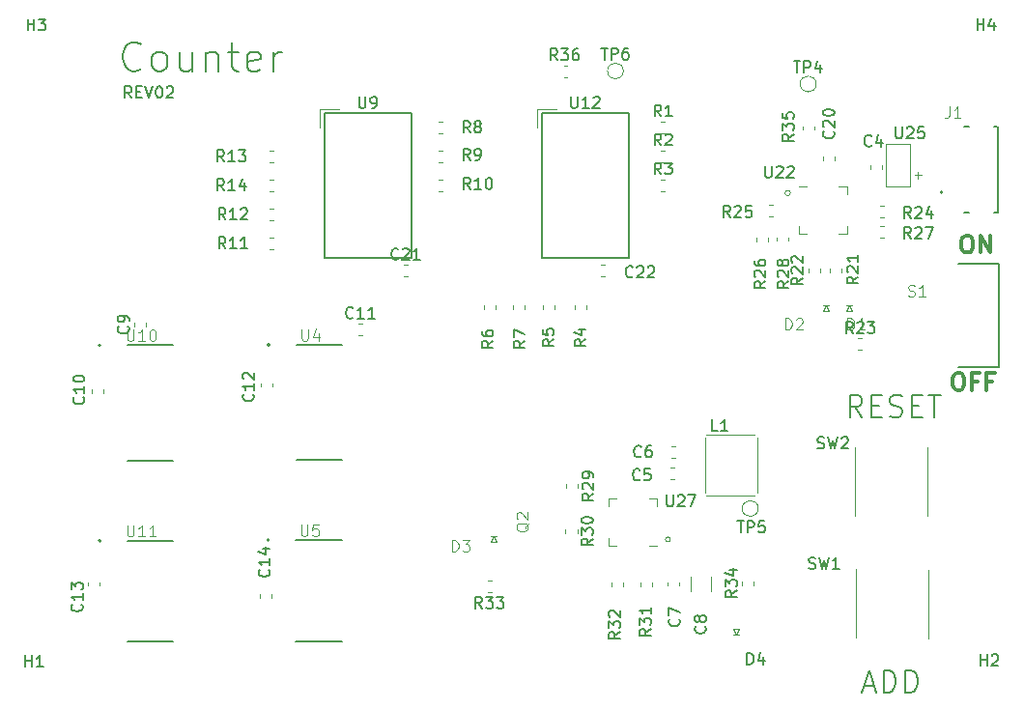
<source format=gto>
G04 #@! TF.GenerationSoftware,KiCad,Pcbnew,(5.1.5)-3*
G04 #@! TF.CreationDate,2020-07-10T17:57:17-06:00*
G04 #@! TF.ProjectId,CounterProject,436f756e-7465-4725-9072-6f6a6563742e,rev?*
G04 #@! TF.SameCoordinates,Original*
G04 #@! TF.FileFunction,Legend,Top*
G04 #@! TF.FilePolarity,Positive*
%FSLAX46Y46*%
G04 Gerber Fmt 4.6, Leading zero omitted, Abs format (unit mm)*
G04 Created by KiCad (PCBNEW (5.1.5)-3) date 2020-07-10 17:57:17*
%MOMM*%
%LPD*%
G04 APERTURE LIST*
%ADD10C,0.300000*%
%ADD11C,0.150000*%
%ADD12C,0.120000*%
%ADD13C,0.127000*%
%ADD14C,0.200000*%
%ADD15C,0.015000*%
G04 APERTURE END LIST*
D10*
X143097428Y-119320571D02*
X143383142Y-119320571D01*
X143526000Y-119392000D01*
X143668857Y-119534857D01*
X143740285Y-119820571D01*
X143740285Y-120320571D01*
X143668857Y-120606285D01*
X143526000Y-120749142D01*
X143383142Y-120820571D01*
X143097428Y-120820571D01*
X142954571Y-120749142D01*
X142811714Y-120606285D01*
X142740285Y-120320571D01*
X142740285Y-119820571D01*
X142811714Y-119534857D01*
X142954571Y-119392000D01*
X143097428Y-119320571D01*
X144883142Y-120034857D02*
X144383142Y-120034857D01*
X144383142Y-120820571D02*
X144383142Y-119320571D01*
X145097428Y-119320571D01*
X146168857Y-120034857D02*
X145668857Y-120034857D01*
X145668857Y-120820571D02*
X145668857Y-119320571D01*
X146383142Y-119320571D01*
X143851428Y-107255571D02*
X144137142Y-107255571D01*
X144280000Y-107327000D01*
X144422857Y-107469857D01*
X144494285Y-107755571D01*
X144494285Y-108255571D01*
X144422857Y-108541285D01*
X144280000Y-108684142D01*
X144137142Y-108755571D01*
X143851428Y-108755571D01*
X143708571Y-108684142D01*
X143565714Y-108541285D01*
X143494285Y-108255571D01*
X143494285Y-107755571D01*
X143565714Y-107469857D01*
X143708571Y-107327000D01*
X143851428Y-107255571D01*
X145137142Y-108755571D02*
X145137142Y-107255571D01*
X145994285Y-108755571D01*
X145994285Y-107255571D01*
D11*
X70739190Y-95194380D02*
X70405857Y-94718190D01*
X70167761Y-95194380D02*
X70167761Y-94194380D01*
X70548714Y-94194380D01*
X70643952Y-94242000D01*
X70691571Y-94289619D01*
X70739190Y-94384857D01*
X70739190Y-94527714D01*
X70691571Y-94622952D01*
X70643952Y-94670571D01*
X70548714Y-94718190D01*
X70167761Y-94718190D01*
X71167761Y-94670571D02*
X71501095Y-94670571D01*
X71643952Y-95194380D02*
X71167761Y-95194380D01*
X71167761Y-94194380D01*
X71643952Y-94194380D01*
X71929666Y-94194380D02*
X72263000Y-95194380D01*
X72596333Y-94194380D01*
X73120142Y-94194380D02*
X73215380Y-94194380D01*
X73310619Y-94242000D01*
X73358238Y-94289619D01*
X73405857Y-94384857D01*
X73453476Y-94575333D01*
X73453476Y-94813428D01*
X73405857Y-95003904D01*
X73358238Y-95099142D01*
X73310619Y-95146761D01*
X73215380Y-95194380D01*
X73120142Y-95194380D01*
X73024904Y-95146761D01*
X72977285Y-95099142D01*
X72929666Y-95003904D01*
X72882047Y-94813428D01*
X72882047Y-94575333D01*
X72929666Y-94384857D01*
X72977285Y-94289619D01*
X73024904Y-94242000D01*
X73120142Y-94194380D01*
X73834428Y-94289619D02*
X73882047Y-94242000D01*
X73977285Y-94194380D01*
X74215380Y-94194380D01*
X74310619Y-94242000D01*
X74358238Y-94289619D01*
X74405857Y-94384857D01*
X74405857Y-94480095D01*
X74358238Y-94622952D01*
X73786809Y-95194380D01*
X74405857Y-95194380D01*
X134928428Y-146748500D02*
X135835571Y-146748500D01*
X134747000Y-147292785D02*
X135382000Y-145387785D01*
X136017000Y-147292785D01*
X136652000Y-147292785D02*
X136652000Y-145387785D01*
X137105571Y-145387785D01*
X137377714Y-145478500D01*
X137559142Y-145659928D01*
X137649857Y-145841357D01*
X137740571Y-146204214D01*
X137740571Y-146476357D01*
X137649857Y-146839214D01*
X137559142Y-147020642D01*
X137377714Y-147202071D01*
X137105571Y-147292785D01*
X136652000Y-147292785D01*
X138557000Y-147292785D02*
X138557000Y-145387785D01*
X139010571Y-145387785D01*
X139282714Y-145478500D01*
X139464142Y-145659928D01*
X139554857Y-145841357D01*
X139645571Y-146204214D01*
X139645571Y-146476357D01*
X139554857Y-146839214D01*
X139464142Y-147020642D01*
X139282714Y-147202071D01*
X139010571Y-147292785D01*
X138557000Y-147292785D01*
X134774214Y-123162785D02*
X134139214Y-122255642D01*
X133685642Y-123162785D02*
X133685642Y-121257785D01*
X134411357Y-121257785D01*
X134592785Y-121348500D01*
X134683500Y-121439214D01*
X134774214Y-121620642D01*
X134774214Y-121892785D01*
X134683500Y-122074214D01*
X134592785Y-122164928D01*
X134411357Y-122255642D01*
X133685642Y-122255642D01*
X135590642Y-122164928D02*
X136225642Y-122164928D01*
X136497785Y-123162785D02*
X135590642Y-123162785D01*
X135590642Y-121257785D01*
X136497785Y-121257785D01*
X137223500Y-123072071D02*
X137495642Y-123162785D01*
X137949214Y-123162785D01*
X138130642Y-123072071D01*
X138221357Y-122981357D01*
X138312071Y-122799928D01*
X138312071Y-122618500D01*
X138221357Y-122437071D01*
X138130642Y-122346357D01*
X137949214Y-122255642D01*
X137586357Y-122164928D01*
X137404928Y-122074214D01*
X137314214Y-121983500D01*
X137223500Y-121802071D01*
X137223500Y-121620642D01*
X137314214Y-121439214D01*
X137404928Y-121348500D01*
X137586357Y-121257785D01*
X138039928Y-121257785D01*
X138312071Y-121348500D01*
X139128500Y-122164928D02*
X139763500Y-122164928D01*
X140035642Y-123162785D02*
X139128500Y-123162785D01*
X139128500Y-121257785D01*
X140035642Y-121257785D01*
X140579928Y-121257785D02*
X141668500Y-121257785D01*
X141124214Y-123162785D02*
X141124214Y-121257785D01*
X71573571Y-92601142D02*
X71452619Y-92722095D01*
X71089761Y-92843047D01*
X70847857Y-92843047D01*
X70485000Y-92722095D01*
X70243095Y-92480190D01*
X70122142Y-92238285D01*
X70001190Y-91754476D01*
X70001190Y-91391619D01*
X70122142Y-90907809D01*
X70243095Y-90665904D01*
X70485000Y-90424000D01*
X70847857Y-90303047D01*
X71089761Y-90303047D01*
X71452619Y-90424000D01*
X71573571Y-90544952D01*
X73025000Y-92843047D02*
X72783095Y-92722095D01*
X72662142Y-92601142D01*
X72541190Y-92359238D01*
X72541190Y-91633523D01*
X72662142Y-91391619D01*
X72783095Y-91270666D01*
X73025000Y-91149714D01*
X73387857Y-91149714D01*
X73629761Y-91270666D01*
X73750714Y-91391619D01*
X73871666Y-91633523D01*
X73871666Y-92359238D01*
X73750714Y-92601142D01*
X73629761Y-92722095D01*
X73387857Y-92843047D01*
X73025000Y-92843047D01*
X76048809Y-91149714D02*
X76048809Y-92843047D01*
X74960238Y-91149714D02*
X74960238Y-92480190D01*
X75081190Y-92722095D01*
X75323095Y-92843047D01*
X75685952Y-92843047D01*
X75927857Y-92722095D01*
X76048809Y-92601142D01*
X77258333Y-91149714D02*
X77258333Y-92843047D01*
X77258333Y-91391619D02*
X77379285Y-91270666D01*
X77621190Y-91149714D01*
X77984047Y-91149714D01*
X78225952Y-91270666D01*
X78346904Y-91512571D01*
X78346904Y-92843047D01*
X79193571Y-91149714D02*
X80161190Y-91149714D01*
X79556428Y-90303047D02*
X79556428Y-92480190D01*
X79677380Y-92722095D01*
X79919285Y-92843047D01*
X80161190Y-92843047D01*
X81975476Y-92722095D02*
X81733571Y-92843047D01*
X81249761Y-92843047D01*
X81007857Y-92722095D01*
X80886904Y-92480190D01*
X80886904Y-91512571D01*
X81007857Y-91270666D01*
X81249761Y-91149714D01*
X81733571Y-91149714D01*
X81975476Y-91270666D01*
X82096428Y-91512571D01*
X82096428Y-91754476D01*
X80886904Y-91996380D01*
X83185000Y-92843047D02*
X83185000Y-91149714D01*
X83185000Y-91633523D02*
X83305952Y-91391619D01*
X83426904Y-91270666D01*
X83668809Y-91149714D01*
X83910714Y-91149714D01*
D12*
X112176779Y-109853000D02*
X111851221Y-109853000D01*
X112176779Y-110873000D02*
X111851221Y-110873000D01*
X94604721Y-110873000D02*
X94930279Y-110873000D01*
X94604721Y-109853000D02*
X94930279Y-109853000D01*
X123444000Y-141732000D02*
X123698000Y-142240000D01*
X123952000Y-141732000D02*
X123444000Y-141732000D01*
X123698000Y-142240000D02*
X123952000Y-141732000D01*
X123571000Y-142240000D02*
X123698000Y-142240000D01*
X123444000Y-142240000D02*
X123571000Y-142240000D01*
X123952000Y-142240000D02*
X123571000Y-142240000D01*
X102743000Y-134112000D02*
X102489000Y-133604000D01*
X102235000Y-134112000D02*
X102743000Y-134112000D01*
X102489000Y-133604000D02*
X102235000Y-134112000D01*
X102616000Y-133604000D02*
X102489000Y-133604000D01*
X102743000Y-133604000D02*
X102616000Y-133604000D01*
X102235000Y-133604000D02*
X102616000Y-133604000D01*
X131826000Y-113919000D02*
X131572000Y-113411000D01*
X131318000Y-113919000D02*
X131826000Y-113919000D01*
X131572000Y-113411000D02*
X131318000Y-113919000D01*
X131699000Y-113411000D02*
X131572000Y-113411000D01*
X131826000Y-113411000D02*
X131699000Y-113411000D01*
X131318000Y-113411000D02*
X131699000Y-113411000D01*
X133858000Y-113919000D02*
X133604000Y-113411000D01*
X133350000Y-113919000D02*
X133858000Y-113919000D01*
X133604000Y-113411000D02*
X133350000Y-113919000D01*
X133731000Y-113411000D02*
X133604000Y-113411000D01*
X133858000Y-113411000D02*
X133731000Y-113411000D01*
X133350000Y-113411000D02*
X133731000Y-113411000D01*
X117977580Y-133896100D02*
G75*
G03X117977580Y-133896100I-218100J0D01*
G01*
X116091000Y-134494800D02*
X116791000Y-134494800D01*
X112571000Y-130274800D02*
X112571000Y-130974800D01*
X113271000Y-130274800D02*
X112571000Y-130274800D01*
X116791000Y-130274800D02*
X116791000Y-130974800D01*
X116091000Y-130274800D02*
X116791000Y-130274800D01*
X112571000Y-134494800D02*
X112571000Y-133794800D01*
X113271000Y-134494800D02*
X112571000Y-134494800D01*
X128482946Y-103528240D02*
G75*
G03X128482946Y-103528240I-233266J0D01*
G01*
X132703000Y-102927000D02*
X133428000Y-102927000D01*
X133428000Y-102927000D02*
X133428000Y-103652000D01*
X129933000Y-107147000D02*
X129208000Y-107147000D01*
X129208000Y-107147000D02*
X129208000Y-106422000D01*
X132703000Y-107147000D02*
X133428000Y-107147000D01*
X133428000Y-107147000D02*
X133428000Y-106422000D01*
X129933000Y-102927000D02*
X129208000Y-102927000D01*
X134230500Y-136512500D02*
X134210180Y-142512500D01*
X140580500Y-136545000D02*
X140580500Y-142545000D01*
X134175500Y-125793500D02*
X134155180Y-131793500D01*
X140525500Y-125826000D02*
X140525500Y-131826000D01*
X119740000Y-137192936D02*
X119740000Y-138397064D01*
X121560000Y-137192936D02*
X121560000Y-138397064D01*
D13*
X146324500Y-97673000D02*
X146624500Y-97673000D01*
X146324500Y-105273000D02*
X146624500Y-105273000D01*
X144124500Y-97673000D02*
X143724500Y-97673000D01*
X143724500Y-105273000D02*
X144124500Y-105273000D01*
X146674500Y-105273000D02*
X146674500Y-97673000D01*
D14*
X141824500Y-103473000D02*
G75*
G03X141824500Y-103473000I-100000J0D01*
G01*
D12*
X139687300Y-101650800D02*
X139687300Y-102298500D01*
X139407900Y-101981000D02*
X140004800Y-101981000D01*
X136855200Y-99225100D02*
X136855200Y-99453700D01*
X138988800Y-99212400D02*
X136867900Y-99212400D01*
X138988800Y-102920800D02*
X138988800Y-99212400D01*
X136842500Y-102920800D02*
X138976100Y-102920800D01*
X136855200Y-99428300D02*
X136842500Y-102920800D01*
X132399500Y-100683279D02*
X132399500Y-100357721D01*
X131379500Y-100683279D02*
X131379500Y-100357721D01*
X82996500Y-139037279D02*
X82996500Y-138711721D01*
X81976500Y-139037279D02*
X81976500Y-138711721D01*
X67947000Y-137957779D02*
X67947000Y-137632221D01*
X66927000Y-137957779D02*
X66927000Y-137632221D01*
X82040000Y-120195221D02*
X82040000Y-120520779D01*
X83060000Y-120195221D02*
X83060000Y-120520779D01*
X90642221Y-116016500D02*
X90967779Y-116016500D01*
X90642221Y-114996500D02*
X90967779Y-114996500D01*
X67244500Y-120741221D02*
X67244500Y-121066779D01*
X68264500Y-120741221D02*
X68264500Y-121066779D01*
X72011000Y-115224779D02*
X72011000Y-114899221D01*
X70991000Y-115224779D02*
X70991000Y-114899221D01*
X113857000Y-92837000D02*
G75*
G03X113857000Y-92837000I-700000J0D01*
G01*
X125668000Y-131191000D02*
G75*
G03X125668000Y-131191000I-700000J0D01*
G01*
X130748000Y-93980000D02*
G75*
G03X130748000Y-93980000I-700000J0D01*
G01*
X106320000Y-96160000D02*
X107950000Y-96160000D01*
X106320000Y-97790000D02*
X106320000Y-96160000D01*
D11*
X114300000Y-109220000D02*
X114300000Y-96520000D01*
X106680000Y-109220000D02*
X114300000Y-109220000D01*
X106680000Y-96520000D02*
X106680000Y-109220000D01*
X114300000Y-96520000D02*
X106680000Y-96520000D01*
D13*
X70390000Y-142860000D02*
X74390000Y-142860000D01*
X70390000Y-134000000D02*
X74390000Y-134000000D01*
D14*
X68045000Y-134020000D02*
G75*
G03X68045000Y-134020000I-100000J0D01*
G01*
D13*
X70390000Y-126985000D02*
X74390000Y-126985000D01*
X70390000Y-116855000D02*
X74390000Y-116855000D01*
D14*
X68045000Y-116875000D02*
G75*
G03X68045000Y-116875000I-100000J0D01*
G01*
D12*
X87270000Y-96160000D02*
X88900000Y-96160000D01*
X87270000Y-97790000D02*
X87270000Y-96160000D01*
D11*
X95250000Y-109220000D02*
X95250000Y-96520000D01*
X87630000Y-109220000D02*
X95250000Y-109220000D01*
X87630000Y-96520000D02*
X87630000Y-109220000D01*
X95250000Y-96520000D02*
X87630000Y-96520000D01*
D13*
X85158600Y-142809200D02*
X89158600Y-142809200D01*
X85158600Y-133949200D02*
X89158600Y-133949200D01*
D14*
X82813600Y-133969200D02*
G75*
G03X82813600Y-133969200I-100000J0D01*
G01*
D13*
X85209400Y-126959600D02*
X89209400Y-126959600D01*
X85209400Y-116829600D02*
X89209400Y-116829600D01*
D14*
X82864400Y-116849600D02*
G75*
G03X82864400Y-116849600I-100000J0D01*
G01*
D13*
X143190000Y-109760000D02*
X146790000Y-109760000D01*
X143190000Y-118760000D02*
X146790000Y-118760000D01*
X146790000Y-118760000D02*
X146790000Y-109760000D01*
D12*
X108950879Y-92403200D02*
X108625321Y-92403200D01*
X108950879Y-93423200D02*
X108625321Y-93423200D01*
X129538000Y-97678121D02*
X129538000Y-98003679D01*
X130558000Y-97678121D02*
X130558000Y-98003679D01*
X125274800Y-137906879D02*
X125274800Y-137581321D01*
X124254800Y-137906879D02*
X124254800Y-137581321D01*
X102270779Y-137539000D02*
X101945221Y-137539000D01*
X102270779Y-138559000D02*
X101945221Y-138559000D01*
X113794000Y-137983279D02*
X113794000Y-137657721D01*
X112774000Y-137983279D02*
X112774000Y-137657721D01*
X115314000Y-137708421D02*
X115314000Y-138033979D01*
X116334000Y-137708421D02*
X116334000Y-138033979D01*
X108786200Y-133034821D02*
X108786200Y-133360379D01*
X109806200Y-133034821D02*
X109806200Y-133360379D01*
X108837000Y-129072421D02*
X108837000Y-129397979D01*
X109857000Y-129072421D02*
X109857000Y-129397979D01*
X127252000Y-107406221D02*
X127252000Y-107731779D01*
X128272000Y-107406221D02*
X128272000Y-107731779D01*
X136362221Y-107444000D02*
X136687779Y-107444000D01*
X136362221Y-106424000D02*
X136687779Y-106424000D01*
X125474000Y-107431721D02*
X125474000Y-107757279D01*
X126494000Y-107431721D02*
X126494000Y-107757279D01*
X126934279Y-104582500D02*
X126608721Y-104582500D01*
X126934279Y-105602500D02*
X126608721Y-105602500D01*
X136387721Y-105640600D02*
X136713279Y-105640600D01*
X136387721Y-104620600D02*
X136713279Y-104620600D01*
X134431921Y-117299200D02*
X134757479Y-117299200D01*
X134431921Y-116279200D02*
X134757479Y-116279200D01*
X131066000Y-110487779D02*
X131066000Y-110162221D01*
X130046000Y-110487779D02*
X130046000Y-110162221D01*
X132971000Y-110462279D02*
X132971000Y-110136721D01*
X131951000Y-110462279D02*
X131951000Y-110136721D01*
X83195279Y-102360000D02*
X82869721Y-102360000D01*
X83195279Y-103380000D02*
X82869721Y-103380000D01*
X83195279Y-99820000D02*
X82869721Y-99820000D01*
X83195279Y-100840000D02*
X82869721Y-100840000D01*
X83195279Y-104900000D02*
X82869721Y-104900000D01*
X83195279Y-105920000D02*
X82869721Y-105920000D01*
X83195279Y-107440000D02*
X82869721Y-107440000D01*
X83195279Y-108460000D02*
X82869721Y-108460000D01*
X97652721Y-103380000D02*
X97978279Y-103380000D01*
X97652721Y-102360000D02*
X97978279Y-102360000D01*
X97627221Y-100840000D02*
X97952779Y-100840000D01*
X97627221Y-99820000D02*
X97952779Y-99820000D01*
X97627221Y-98300000D02*
X97952779Y-98300000D01*
X97627221Y-97280000D02*
X97952779Y-97280000D01*
X104138000Y-113400721D02*
X104138000Y-113726279D01*
X105158000Y-113400721D02*
X105158000Y-113726279D01*
X101598000Y-113400721D02*
X101598000Y-113726279D01*
X102618000Y-113400721D02*
X102618000Y-113726279D01*
X106805000Y-113400721D02*
X106805000Y-113726279D01*
X107825000Y-113400721D02*
X107825000Y-113726279D01*
X109599000Y-113400721D02*
X109599000Y-113726279D01*
X110619000Y-113400721D02*
X110619000Y-113726279D01*
X117159721Y-103380000D02*
X117485279Y-103380000D01*
X117159721Y-102360000D02*
X117485279Y-102360000D01*
X117159721Y-100840000D02*
X117485279Y-100840000D01*
X117159721Y-99820000D02*
X117485279Y-99820000D01*
X117159721Y-98300000D02*
X117485279Y-98300000D01*
X117159721Y-97280000D02*
X117485279Y-97280000D01*
X125349000Y-130048000D02*
X121149000Y-130048000D01*
X125603000Y-124968000D02*
X125603000Y-129794000D01*
X121031000Y-124968000D02*
X121031000Y-129794000D01*
X125339000Y-124720000D02*
X121139000Y-124720000D01*
X117727000Y-137632221D02*
X117727000Y-137957779D01*
X118747000Y-137632221D02*
X118747000Y-137957779D01*
X118374279Y-125728000D02*
X118048721Y-125728000D01*
X118374279Y-126748000D02*
X118048721Y-126748000D01*
X118310779Y-127633000D02*
X117985221Y-127633000D01*
X118310779Y-128653000D02*
X117985221Y-128653000D01*
X136527000Y-101407279D02*
X136527000Y-101081721D01*
X135507000Y-101407279D02*
X135507000Y-101081721D01*
D11*
X114673142Y-110847142D02*
X114625523Y-110894761D01*
X114482666Y-110942380D01*
X114387428Y-110942380D01*
X114244571Y-110894761D01*
X114149333Y-110799523D01*
X114101714Y-110704285D01*
X114054095Y-110513809D01*
X114054095Y-110370952D01*
X114101714Y-110180476D01*
X114149333Y-110085238D01*
X114244571Y-109990000D01*
X114387428Y-109942380D01*
X114482666Y-109942380D01*
X114625523Y-109990000D01*
X114673142Y-110037619D01*
X115054095Y-110037619D02*
X115101714Y-109990000D01*
X115196952Y-109942380D01*
X115435047Y-109942380D01*
X115530285Y-109990000D01*
X115577904Y-110037619D01*
X115625523Y-110132857D01*
X115625523Y-110228095D01*
X115577904Y-110370952D01*
X115006476Y-110942380D01*
X115625523Y-110942380D01*
X116006476Y-110037619D02*
X116054095Y-109990000D01*
X116149333Y-109942380D01*
X116387428Y-109942380D01*
X116482666Y-109990000D01*
X116530285Y-110037619D01*
X116577904Y-110132857D01*
X116577904Y-110228095D01*
X116530285Y-110370952D01*
X115958857Y-110942380D01*
X116577904Y-110942380D01*
X94124642Y-109290142D02*
X94077023Y-109337761D01*
X93934166Y-109385380D01*
X93838928Y-109385380D01*
X93696071Y-109337761D01*
X93600833Y-109242523D01*
X93553214Y-109147285D01*
X93505595Y-108956809D01*
X93505595Y-108813952D01*
X93553214Y-108623476D01*
X93600833Y-108528238D01*
X93696071Y-108433000D01*
X93838928Y-108385380D01*
X93934166Y-108385380D01*
X94077023Y-108433000D01*
X94124642Y-108480619D01*
X94505595Y-108480619D02*
X94553214Y-108433000D01*
X94648452Y-108385380D01*
X94886547Y-108385380D01*
X94981785Y-108433000D01*
X95029404Y-108480619D01*
X95077023Y-108575857D01*
X95077023Y-108671095D01*
X95029404Y-108813952D01*
X94457976Y-109385380D01*
X95077023Y-109385380D01*
X96029404Y-109385380D02*
X95457976Y-109385380D01*
X95743690Y-109385380D02*
X95743690Y-108385380D01*
X95648452Y-108528238D01*
X95553214Y-108623476D01*
X95457976Y-108671095D01*
X124698904Y-144851380D02*
X124698904Y-143851380D01*
X124937000Y-143851380D01*
X125079857Y-143899000D01*
X125175095Y-143994238D01*
X125222714Y-144089476D01*
X125270333Y-144279952D01*
X125270333Y-144422809D01*
X125222714Y-144613285D01*
X125175095Y-144708523D01*
X125079857Y-144803761D01*
X124937000Y-144851380D01*
X124698904Y-144851380D01*
X126127476Y-144184714D02*
X126127476Y-144851380D01*
X125889380Y-143803761D02*
X125651285Y-144518047D01*
X126270333Y-144518047D01*
D15*
X98827556Y-134946819D02*
X98827556Y-133943638D01*
X99066409Y-133943638D01*
X99209721Y-133991409D01*
X99305262Y-134086950D01*
X99353032Y-134182491D01*
X99400803Y-134373573D01*
X99400803Y-134516885D01*
X99353032Y-134707967D01*
X99305262Y-134803508D01*
X99209721Y-134899049D01*
X99066409Y-134946819D01*
X98827556Y-134946819D01*
X99735196Y-133943638D02*
X100356213Y-133943638D01*
X100021819Y-134325803D01*
X100165131Y-134325803D01*
X100260672Y-134373573D01*
X100308443Y-134421344D01*
X100356213Y-134516885D01*
X100356213Y-134755737D01*
X100308443Y-134851278D01*
X100260672Y-134899049D01*
X100165131Y-134946819D01*
X99878508Y-134946819D01*
X99782967Y-134899049D01*
X99735196Y-134851278D01*
X128037556Y-115515819D02*
X128037556Y-114512638D01*
X128276409Y-114512638D01*
X128419721Y-114560409D01*
X128515262Y-114655950D01*
X128563032Y-114751491D01*
X128610803Y-114942573D01*
X128610803Y-115085885D01*
X128563032Y-115276967D01*
X128515262Y-115372508D01*
X128419721Y-115468049D01*
X128276409Y-115515819D01*
X128037556Y-115515819D01*
X128992967Y-114608180D02*
X129040737Y-114560409D01*
X129136278Y-114512638D01*
X129375131Y-114512638D01*
X129470672Y-114560409D01*
X129518443Y-114608180D01*
X129566213Y-114703721D01*
X129566213Y-114799262D01*
X129518443Y-114942573D01*
X128945196Y-115515819D01*
X129566213Y-115515819D01*
X133498556Y-115515819D02*
X133498556Y-114512638D01*
X133737409Y-114512638D01*
X133880721Y-114560409D01*
X133976262Y-114655950D01*
X134024032Y-114751491D01*
X134071803Y-114942573D01*
X134071803Y-115085885D01*
X134024032Y-115276967D01*
X133976262Y-115372508D01*
X133880721Y-115468049D01*
X133737409Y-115515819D01*
X133498556Y-115515819D01*
X135027213Y-115515819D02*
X134453967Y-115515819D01*
X134740590Y-115515819D02*
X134740590Y-114512638D01*
X134645049Y-114655950D01*
X134549508Y-114751491D01*
X134453967Y-114799262D01*
D11*
X117633904Y-130008380D02*
X117633904Y-130817904D01*
X117681523Y-130913142D01*
X117729142Y-130960761D01*
X117824380Y-131008380D01*
X118014857Y-131008380D01*
X118110095Y-130960761D01*
X118157714Y-130913142D01*
X118205333Y-130817904D01*
X118205333Y-130008380D01*
X118633904Y-130103619D02*
X118681523Y-130056000D01*
X118776761Y-130008380D01*
X119014857Y-130008380D01*
X119110095Y-130056000D01*
X119157714Y-130103619D01*
X119205333Y-130198857D01*
X119205333Y-130294095D01*
X119157714Y-130436952D01*
X118586285Y-131008380D01*
X119205333Y-131008380D01*
X119538666Y-130008380D02*
X120205333Y-130008380D01*
X119776761Y-131008380D01*
X126269904Y-101179380D02*
X126269904Y-101988904D01*
X126317523Y-102084142D01*
X126365142Y-102131761D01*
X126460380Y-102179380D01*
X126650857Y-102179380D01*
X126746095Y-102131761D01*
X126793714Y-102084142D01*
X126841333Y-101988904D01*
X126841333Y-101179380D01*
X127269904Y-101274619D02*
X127317523Y-101227000D01*
X127412761Y-101179380D01*
X127650857Y-101179380D01*
X127746095Y-101227000D01*
X127793714Y-101274619D01*
X127841333Y-101369857D01*
X127841333Y-101465095D01*
X127793714Y-101607952D01*
X127222285Y-102179380D01*
X127841333Y-102179380D01*
X128222285Y-101274619D02*
X128269904Y-101227000D01*
X128365142Y-101179380D01*
X128603238Y-101179380D01*
X128698476Y-101227000D01*
X128746095Y-101274619D01*
X128793714Y-101369857D01*
X128793714Y-101465095D01*
X128746095Y-101607952D01*
X128174666Y-102179380D01*
X128793714Y-102179380D01*
X130111666Y-136421761D02*
X130254523Y-136469380D01*
X130492619Y-136469380D01*
X130587857Y-136421761D01*
X130635476Y-136374142D01*
X130683095Y-136278904D01*
X130683095Y-136183666D01*
X130635476Y-136088428D01*
X130587857Y-136040809D01*
X130492619Y-135993190D01*
X130302142Y-135945571D01*
X130206904Y-135897952D01*
X130159285Y-135850333D01*
X130111666Y-135755095D01*
X130111666Y-135659857D01*
X130159285Y-135564619D01*
X130206904Y-135517000D01*
X130302142Y-135469380D01*
X130540238Y-135469380D01*
X130683095Y-135517000D01*
X131016428Y-135469380D02*
X131254523Y-136469380D01*
X131445000Y-135755095D01*
X131635476Y-136469380D01*
X131873571Y-135469380D01*
X132778333Y-136469380D02*
X132206904Y-136469380D01*
X132492619Y-136469380D02*
X132492619Y-135469380D01*
X132397380Y-135612238D01*
X132302142Y-135707476D01*
X132206904Y-135755095D01*
X130873666Y-125880761D02*
X131016523Y-125928380D01*
X131254619Y-125928380D01*
X131349857Y-125880761D01*
X131397476Y-125833142D01*
X131445095Y-125737904D01*
X131445095Y-125642666D01*
X131397476Y-125547428D01*
X131349857Y-125499809D01*
X131254619Y-125452190D01*
X131064142Y-125404571D01*
X130968904Y-125356952D01*
X130921285Y-125309333D01*
X130873666Y-125214095D01*
X130873666Y-125118857D01*
X130921285Y-125023619D01*
X130968904Y-124976000D01*
X131064142Y-124928380D01*
X131302238Y-124928380D01*
X131445095Y-124976000D01*
X131778428Y-124928380D02*
X132016523Y-125928380D01*
X132207000Y-125214095D01*
X132397476Y-125928380D01*
X132635571Y-124928380D01*
X132968904Y-125023619D02*
X133016523Y-124976000D01*
X133111761Y-124928380D01*
X133349857Y-124928380D01*
X133445095Y-124976000D01*
X133492714Y-125023619D01*
X133540333Y-125118857D01*
X133540333Y-125214095D01*
X133492714Y-125356952D01*
X132921285Y-125928380D01*
X133540333Y-125928380D01*
X121007142Y-141517666D02*
X121054761Y-141565285D01*
X121102380Y-141708142D01*
X121102380Y-141803380D01*
X121054761Y-141946238D01*
X120959523Y-142041476D01*
X120864285Y-142089095D01*
X120673809Y-142136714D01*
X120530952Y-142136714D01*
X120340476Y-142089095D01*
X120245238Y-142041476D01*
X120150000Y-141946238D01*
X120102380Y-141803380D01*
X120102380Y-141708142D01*
X120150000Y-141565285D01*
X120197619Y-141517666D01*
X120530952Y-140946238D02*
X120483333Y-141041476D01*
X120435714Y-141089095D01*
X120340476Y-141136714D01*
X120292857Y-141136714D01*
X120197619Y-141089095D01*
X120150000Y-141041476D01*
X120102380Y-140946238D01*
X120102380Y-140755761D01*
X120150000Y-140660523D01*
X120197619Y-140612904D01*
X120292857Y-140565285D01*
X120340476Y-140565285D01*
X120435714Y-140612904D01*
X120483333Y-140660523D01*
X120530952Y-140755761D01*
X120530952Y-140946238D01*
X120578571Y-141041476D01*
X120626190Y-141089095D01*
X120721428Y-141136714D01*
X120911904Y-141136714D01*
X121007142Y-141089095D01*
X121054761Y-141041476D01*
X121102380Y-140946238D01*
X121102380Y-140755761D01*
X121054761Y-140660523D01*
X121007142Y-140612904D01*
X120911904Y-140565285D01*
X120721428Y-140565285D01*
X120626190Y-140612904D01*
X120578571Y-140660523D01*
X120530952Y-140755761D01*
D15*
X142414666Y-95972380D02*
X142414666Y-96686666D01*
X142367047Y-96829523D01*
X142271809Y-96924761D01*
X142128952Y-96972380D01*
X142033714Y-96972380D01*
X143414666Y-96972380D02*
X142843238Y-96972380D01*
X143128952Y-96972380D02*
X143128952Y-95972380D01*
X143033714Y-96115238D01*
X142938476Y-96210476D01*
X142843238Y-96258095D01*
D11*
X137699904Y-97750380D02*
X137699904Y-98559904D01*
X137747523Y-98655142D01*
X137795142Y-98702761D01*
X137890380Y-98750380D01*
X138080857Y-98750380D01*
X138176095Y-98702761D01*
X138223714Y-98655142D01*
X138271333Y-98559904D01*
X138271333Y-97750380D01*
X138699904Y-97845619D02*
X138747523Y-97798000D01*
X138842761Y-97750380D01*
X139080857Y-97750380D01*
X139176095Y-97798000D01*
X139223714Y-97845619D01*
X139271333Y-97940857D01*
X139271333Y-98036095D01*
X139223714Y-98178952D01*
X138652285Y-98750380D01*
X139271333Y-98750380D01*
X140176095Y-97750380D02*
X139699904Y-97750380D01*
X139652285Y-98226571D01*
X139699904Y-98178952D01*
X139795142Y-98131333D01*
X140033238Y-98131333D01*
X140128476Y-98178952D01*
X140176095Y-98226571D01*
X140223714Y-98321809D01*
X140223714Y-98559904D01*
X140176095Y-98655142D01*
X140128476Y-98702761D01*
X140033238Y-98750380D01*
X139795142Y-98750380D01*
X139699904Y-98702761D01*
X139652285Y-98655142D01*
X132246642Y-98115357D02*
X132294261Y-98162976D01*
X132341880Y-98305833D01*
X132341880Y-98401071D01*
X132294261Y-98543928D01*
X132199023Y-98639166D01*
X132103785Y-98686785D01*
X131913309Y-98734404D01*
X131770452Y-98734404D01*
X131579976Y-98686785D01*
X131484738Y-98639166D01*
X131389500Y-98543928D01*
X131341880Y-98401071D01*
X131341880Y-98305833D01*
X131389500Y-98162976D01*
X131437119Y-98115357D01*
X131437119Y-97734404D02*
X131389500Y-97686785D01*
X131341880Y-97591547D01*
X131341880Y-97353452D01*
X131389500Y-97258214D01*
X131437119Y-97210595D01*
X131532357Y-97162976D01*
X131627595Y-97162976D01*
X131770452Y-97210595D01*
X132341880Y-97782023D01*
X132341880Y-97162976D01*
X131341880Y-96543928D02*
X131341880Y-96448690D01*
X131389500Y-96353452D01*
X131437119Y-96305833D01*
X131532357Y-96258214D01*
X131722833Y-96210595D01*
X131960928Y-96210595D01*
X132151404Y-96258214D01*
X132246642Y-96305833D01*
X132294261Y-96353452D01*
X132341880Y-96448690D01*
X132341880Y-96543928D01*
X132294261Y-96639166D01*
X132246642Y-96686785D01*
X132151404Y-96734404D01*
X131960928Y-96782023D01*
X131722833Y-96782023D01*
X131532357Y-96734404D01*
X131437119Y-96686785D01*
X131389500Y-96639166D01*
X131341880Y-96543928D01*
X82780142Y-136532857D02*
X82827761Y-136580476D01*
X82875380Y-136723333D01*
X82875380Y-136818571D01*
X82827761Y-136961428D01*
X82732523Y-137056666D01*
X82637285Y-137104285D01*
X82446809Y-137151904D01*
X82303952Y-137151904D01*
X82113476Y-137104285D01*
X82018238Y-137056666D01*
X81923000Y-136961428D01*
X81875380Y-136818571D01*
X81875380Y-136723333D01*
X81923000Y-136580476D01*
X81970619Y-136532857D01*
X82875380Y-135580476D02*
X82875380Y-136151904D01*
X82875380Y-135866190D02*
X81875380Y-135866190D01*
X82018238Y-135961428D01*
X82113476Y-136056666D01*
X82161095Y-136151904D01*
X82208714Y-134723333D02*
X82875380Y-134723333D01*
X81827761Y-134961428D02*
X82542047Y-135199523D01*
X82542047Y-134580476D01*
X66364142Y-139580857D02*
X66411761Y-139628476D01*
X66459380Y-139771333D01*
X66459380Y-139866571D01*
X66411761Y-140009428D01*
X66316523Y-140104666D01*
X66221285Y-140152285D01*
X66030809Y-140199904D01*
X65887952Y-140199904D01*
X65697476Y-140152285D01*
X65602238Y-140104666D01*
X65507000Y-140009428D01*
X65459380Y-139866571D01*
X65459380Y-139771333D01*
X65507000Y-139628476D01*
X65554619Y-139580857D01*
X66459380Y-138628476D02*
X66459380Y-139199904D01*
X66459380Y-138914190D02*
X65459380Y-138914190D01*
X65602238Y-139009428D01*
X65697476Y-139104666D01*
X65745095Y-139199904D01*
X65459380Y-138295142D02*
X65459380Y-137676095D01*
X65840333Y-138009428D01*
X65840333Y-137866571D01*
X65887952Y-137771333D01*
X65935571Y-137723714D01*
X66030809Y-137676095D01*
X66268904Y-137676095D01*
X66364142Y-137723714D01*
X66411761Y-137771333D01*
X66459380Y-137866571D01*
X66459380Y-138152285D01*
X66411761Y-138247523D01*
X66364142Y-138295142D01*
X81383142Y-121165857D02*
X81430761Y-121213476D01*
X81478380Y-121356333D01*
X81478380Y-121451571D01*
X81430761Y-121594428D01*
X81335523Y-121689666D01*
X81240285Y-121737285D01*
X81049809Y-121784904D01*
X80906952Y-121784904D01*
X80716476Y-121737285D01*
X80621238Y-121689666D01*
X80526000Y-121594428D01*
X80478380Y-121451571D01*
X80478380Y-121356333D01*
X80526000Y-121213476D01*
X80573619Y-121165857D01*
X81478380Y-120213476D02*
X81478380Y-120784904D01*
X81478380Y-120499190D02*
X80478380Y-120499190D01*
X80621238Y-120594428D01*
X80716476Y-120689666D01*
X80764095Y-120784904D01*
X80573619Y-119832523D02*
X80526000Y-119784904D01*
X80478380Y-119689666D01*
X80478380Y-119451571D01*
X80526000Y-119356333D01*
X80573619Y-119308714D01*
X80668857Y-119261095D01*
X80764095Y-119261095D01*
X80906952Y-119308714D01*
X81478380Y-119880142D01*
X81478380Y-119261095D01*
X90162142Y-114433642D02*
X90114523Y-114481261D01*
X89971666Y-114528880D01*
X89876428Y-114528880D01*
X89733571Y-114481261D01*
X89638333Y-114386023D01*
X89590714Y-114290785D01*
X89543095Y-114100309D01*
X89543095Y-113957452D01*
X89590714Y-113766976D01*
X89638333Y-113671738D01*
X89733571Y-113576500D01*
X89876428Y-113528880D01*
X89971666Y-113528880D01*
X90114523Y-113576500D01*
X90162142Y-113624119D01*
X91114523Y-114528880D02*
X90543095Y-114528880D01*
X90828809Y-114528880D02*
X90828809Y-113528880D01*
X90733571Y-113671738D01*
X90638333Y-113766976D01*
X90543095Y-113814595D01*
X92066904Y-114528880D02*
X91495476Y-114528880D01*
X91781190Y-114528880D02*
X91781190Y-113528880D01*
X91685952Y-113671738D01*
X91590714Y-113766976D01*
X91495476Y-113814595D01*
X66524142Y-121419857D02*
X66571761Y-121467476D01*
X66619380Y-121610333D01*
X66619380Y-121705571D01*
X66571761Y-121848428D01*
X66476523Y-121943666D01*
X66381285Y-121991285D01*
X66190809Y-122038904D01*
X66047952Y-122038904D01*
X65857476Y-121991285D01*
X65762238Y-121943666D01*
X65667000Y-121848428D01*
X65619380Y-121705571D01*
X65619380Y-121610333D01*
X65667000Y-121467476D01*
X65714619Y-121419857D01*
X66619380Y-120467476D02*
X66619380Y-121038904D01*
X66619380Y-120753190D02*
X65619380Y-120753190D01*
X65762238Y-120848428D01*
X65857476Y-120943666D01*
X65905095Y-121038904D01*
X65619380Y-119848428D02*
X65619380Y-119753190D01*
X65667000Y-119657952D01*
X65714619Y-119610333D01*
X65809857Y-119562714D01*
X66000333Y-119515095D01*
X66238428Y-119515095D01*
X66428904Y-119562714D01*
X66524142Y-119610333D01*
X66571761Y-119657952D01*
X66619380Y-119753190D01*
X66619380Y-119848428D01*
X66571761Y-119943666D01*
X66524142Y-119991285D01*
X66428904Y-120038904D01*
X66238428Y-120086523D01*
X66000333Y-120086523D01*
X65809857Y-120038904D01*
X65714619Y-119991285D01*
X65667000Y-119943666D01*
X65619380Y-119848428D01*
X70428142Y-115228666D02*
X70475761Y-115276285D01*
X70523380Y-115419142D01*
X70523380Y-115514380D01*
X70475761Y-115657238D01*
X70380523Y-115752476D01*
X70285285Y-115800095D01*
X70094809Y-115847714D01*
X69951952Y-115847714D01*
X69761476Y-115800095D01*
X69666238Y-115752476D01*
X69571000Y-115657238D01*
X69523380Y-115514380D01*
X69523380Y-115419142D01*
X69571000Y-115276285D01*
X69618619Y-115228666D01*
X70523380Y-114752476D02*
X70523380Y-114562000D01*
X70475761Y-114466761D01*
X70428142Y-114419142D01*
X70285285Y-114323904D01*
X70094809Y-114276285D01*
X69713857Y-114276285D01*
X69618619Y-114323904D01*
X69571000Y-114371523D01*
X69523380Y-114466761D01*
X69523380Y-114657238D01*
X69571000Y-114752476D01*
X69618619Y-114800095D01*
X69713857Y-114847714D01*
X69951952Y-114847714D01*
X70047190Y-114800095D01*
X70094809Y-114752476D01*
X70142428Y-114657238D01*
X70142428Y-114466761D01*
X70094809Y-114371523D01*
X70047190Y-114323904D01*
X69951952Y-114276285D01*
X144866455Y-89240620D02*
X144866455Y-88240620D01*
X144866455Y-88716811D02*
X145437883Y-88716811D01*
X145437883Y-89240620D02*
X145437883Y-88240620D01*
X146342645Y-88573954D02*
X146342645Y-89240620D01*
X146104550Y-88193001D02*
X145866455Y-88907287D01*
X146485502Y-88907287D01*
X61638275Y-89281260D02*
X61638275Y-88281260D01*
X61638275Y-88757451D02*
X62209703Y-88757451D01*
X62209703Y-89281260D02*
X62209703Y-88281260D01*
X62590656Y-88281260D02*
X63209703Y-88281260D01*
X62876370Y-88662213D01*
X63019227Y-88662213D01*
X63114465Y-88709832D01*
X63162084Y-88757451D01*
X63209703Y-88852689D01*
X63209703Y-89090784D01*
X63162084Y-89186022D01*
X63114465Y-89233641D01*
X63019227Y-89281260D01*
X62733513Y-89281260D01*
X62638275Y-89233641D01*
X62590656Y-89186022D01*
X145133155Y-144978380D02*
X145133155Y-143978380D01*
X145133155Y-144454571D02*
X145704583Y-144454571D01*
X145704583Y-144978380D02*
X145704583Y-143978380D01*
X146133155Y-144073619D02*
X146180774Y-144026000D01*
X146276012Y-143978380D01*
X146514107Y-143978380D01*
X146609345Y-144026000D01*
X146656964Y-144073619D01*
X146704583Y-144168857D01*
X146704583Y-144264095D01*
X146656964Y-144406952D01*
X146085536Y-144978380D01*
X146704583Y-144978380D01*
X61429995Y-145036800D02*
X61429995Y-144036800D01*
X61429995Y-144512991D02*
X62001423Y-144512991D01*
X62001423Y-145036800D02*
X62001423Y-144036800D01*
X63001423Y-145036800D02*
X62429995Y-145036800D01*
X62715709Y-145036800D02*
X62715709Y-144036800D01*
X62620471Y-144179658D01*
X62525233Y-144274896D01*
X62429995Y-144322515D01*
X111895095Y-90841380D02*
X112466523Y-90841380D01*
X112180809Y-91841380D02*
X112180809Y-90841380D01*
X112799857Y-91841380D02*
X112799857Y-90841380D01*
X113180809Y-90841380D01*
X113276047Y-90889000D01*
X113323666Y-90936619D01*
X113371285Y-91031857D01*
X113371285Y-91174714D01*
X113323666Y-91269952D01*
X113276047Y-91317571D01*
X113180809Y-91365190D01*
X112799857Y-91365190D01*
X114228428Y-90841380D02*
X114037952Y-90841380D01*
X113942714Y-90889000D01*
X113895095Y-90936619D01*
X113799857Y-91079476D01*
X113752238Y-91269952D01*
X113752238Y-91650904D01*
X113799857Y-91746142D01*
X113847476Y-91793761D01*
X113942714Y-91841380D01*
X114133190Y-91841380D01*
X114228428Y-91793761D01*
X114276047Y-91746142D01*
X114323666Y-91650904D01*
X114323666Y-91412809D01*
X114276047Y-91317571D01*
X114228428Y-91269952D01*
X114133190Y-91222333D01*
X113942714Y-91222333D01*
X113847476Y-91269952D01*
X113799857Y-91317571D01*
X113752238Y-91412809D01*
X123833095Y-132294380D02*
X124404523Y-132294380D01*
X124118809Y-133294380D02*
X124118809Y-132294380D01*
X124737857Y-133294380D02*
X124737857Y-132294380D01*
X125118809Y-132294380D01*
X125214047Y-132342000D01*
X125261666Y-132389619D01*
X125309285Y-132484857D01*
X125309285Y-132627714D01*
X125261666Y-132722952D01*
X125214047Y-132770571D01*
X125118809Y-132818190D01*
X124737857Y-132818190D01*
X126214047Y-132294380D02*
X125737857Y-132294380D01*
X125690238Y-132770571D01*
X125737857Y-132722952D01*
X125833095Y-132675333D01*
X126071190Y-132675333D01*
X126166428Y-132722952D01*
X126214047Y-132770571D01*
X126261666Y-132865809D01*
X126261666Y-133103904D01*
X126214047Y-133199142D01*
X126166428Y-133246761D01*
X126071190Y-133294380D01*
X125833095Y-133294380D01*
X125737857Y-133246761D01*
X125690238Y-133199142D01*
X128786095Y-91984380D02*
X129357523Y-91984380D01*
X129071809Y-92984380D02*
X129071809Y-91984380D01*
X129690857Y-92984380D02*
X129690857Y-91984380D01*
X130071809Y-91984380D01*
X130167047Y-92032000D01*
X130214666Y-92079619D01*
X130262285Y-92174857D01*
X130262285Y-92317714D01*
X130214666Y-92412952D01*
X130167047Y-92460571D01*
X130071809Y-92508190D01*
X129690857Y-92508190D01*
X131119428Y-92317714D02*
X131119428Y-92984380D01*
X130881333Y-91936761D02*
X130643238Y-92651047D01*
X131262285Y-92651047D01*
X109251904Y-95083380D02*
X109251904Y-95892904D01*
X109299523Y-95988142D01*
X109347142Y-96035761D01*
X109442380Y-96083380D01*
X109632857Y-96083380D01*
X109728095Y-96035761D01*
X109775714Y-95988142D01*
X109823333Y-95892904D01*
X109823333Y-95083380D01*
X110823333Y-96083380D02*
X110251904Y-96083380D01*
X110537619Y-96083380D02*
X110537619Y-95083380D01*
X110442380Y-95226238D01*
X110347142Y-95321476D01*
X110251904Y-95369095D01*
X111204285Y-95178619D02*
X111251904Y-95131000D01*
X111347142Y-95083380D01*
X111585238Y-95083380D01*
X111680476Y-95131000D01*
X111728095Y-95178619D01*
X111775714Y-95273857D01*
X111775714Y-95369095D01*
X111728095Y-95511952D01*
X111156666Y-96083380D01*
X111775714Y-96083380D01*
D15*
X70356904Y-132640380D02*
X70356904Y-133449904D01*
X70404523Y-133545142D01*
X70452142Y-133592761D01*
X70547380Y-133640380D01*
X70737857Y-133640380D01*
X70833095Y-133592761D01*
X70880714Y-133545142D01*
X70928333Y-133449904D01*
X70928333Y-132640380D01*
X71928333Y-133640380D02*
X71356904Y-133640380D01*
X71642619Y-133640380D02*
X71642619Y-132640380D01*
X71547380Y-132783238D01*
X71452142Y-132878476D01*
X71356904Y-132926095D01*
X72880714Y-133640380D02*
X72309285Y-133640380D01*
X72595000Y-133640380D02*
X72595000Y-132640380D01*
X72499761Y-132783238D01*
X72404523Y-132878476D01*
X72309285Y-132926095D01*
X70356904Y-115495380D02*
X70356904Y-116304904D01*
X70404523Y-116400142D01*
X70452142Y-116447761D01*
X70547380Y-116495380D01*
X70737857Y-116495380D01*
X70833095Y-116447761D01*
X70880714Y-116400142D01*
X70928333Y-116304904D01*
X70928333Y-115495380D01*
X71928333Y-116495380D02*
X71356904Y-116495380D01*
X71642619Y-116495380D02*
X71642619Y-115495380D01*
X71547380Y-115638238D01*
X71452142Y-115733476D01*
X71356904Y-115781095D01*
X72547380Y-115495380D02*
X72642619Y-115495380D01*
X72737857Y-115543000D01*
X72785476Y-115590619D01*
X72833095Y-115685857D01*
X72880714Y-115876333D01*
X72880714Y-116114428D01*
X72833095Y-116304904D01*
X72785476Y-116400142D01*
X72737857Y-116447761D01*
X72642619Y-116495380D01*
X72547380Y-116495380D01*
X72452142Y-116447761D01*
X72404523Y-116400142D01*
X72356904Y-116304904D01*
X72309285Y-116114428D01*
X72309285Y-115876333D01*
X72356904Y-115685857D01*
X72404523Y-115590619D01*
X72452142Y-115543000D01*
X72547380Y-115495380D01*
D11*
X90678095Y-95083380D02*
X90678095Y-95892904D01*
X90725714Y-95988142D01*
X90773333Y-96035761D01*
X90868571Y-96083380D01*
X91059047Y-96083380D01*
X91154285Y-96035761D01*
X91201904Y-95988142D01*
X91249523Y-95892904D01*
X91249523Y-95083380D01*
X91773333Y-96083380D02*
X91963809Y-96083380D01*
X92059047Y-96035761D01*
X92106666Y-95988142D01*
X92201904Y-95845285D01*
X92249523Y-95654809D01*
X92249523Y-95273857D01*
X92201904Y-95178619D01*
X92154285Y-95131000D01*
X92059047Y-95083380D01*
X91868571Y-95083380D01*
X91773333Y-95131000D01*
X91725714Y-95178619D01*
X91678095Y-95273857D01*
X91678095Y-95511952D01*
X91725714Y-95607190D01*
X91773333Y-95654809D01*
X91868571Y-95702428D01*
X92059047Y-95702428D01*
X92154285Y-95654809D01*
X92201904Y-95607190D01*
X92249523Y-95511952D01*
D15*
X85601695Y-132589580D02*
X85601695Y-133399104D01*
X85649314Y-133494342D01*
X85696933Y-133541961D01*
X85792171Y-133589580D01*
X85982647Y-133589580D01*
X86077885Y-133541961D01*
X86125504Y-133494342D01*
X86173123Y-133399104D01*
X86173123Y-132589580D01*
X87125504Y-132589580D02*
X86649314Y-132589580D01*
X86601695Y-133065771D01*
X86649314Y-133018152D01*
X86744552Y-132970533D01*
X86982647Y-132970533D01*
X87077885Y-133018152D01*
X87125504Y-133065771D01*
X87173123Y-133161009D01*
X87173123Y-133399104D01*
X87125504Y-133494342D01*
X87077885Y-133541961D01*
X86982647Y-133589580D01*
X86744552Y-133589580D01*
X86649314Y-133541961D01*
X86601695Y-133494342D01*
X85652495Y-115469980D02*
X85652495Y-116279504D01*
X85700114Y-116374742D01*
X85747733Y-116422361D01*
X85842971Y-116469980D01*
X86033447Y-116469980D01*
X86128685Y-116422361D01*
X86176304Y-116374742D01*
X86223923Y-116279504D01*
X86223923Y-115469980D01*
X87128685Y-115803314D02*
X87128685Y-116469980D01*
X86890590Y-115422361D02*
X86652495Y-116136647D01*
X87271542Y-116136647D01*
X138810537Y-112546058D02*
X138953499Y-112593712D01*
X139191768Y-112593712D01*
X139287076Y-112546058D01*
X139334730Y-112498404D01*
X139382384Y-112403096D01*
X139382384Y-112307788D01*
X139334730Y-112212480D01*
X139287076Y-112164826D01*
X139191768Y-112117173D01*
X139001153Y-112069519D01*
X138905845Y-112021865D01*
X138858191Y-111974211D01*
X138810537Y-111878903D01*
X138810537Y-111783595D01*
X138858191Y-111688287D01*
X138905845Y-111640634D01*
X139001153Y-111592980D01*
X139239422Y-111592980D01*
X139382384Y-111640634D01*
X140335462Y-112593712D02*
X139763615Y-112593712D01*
X140049539Y-112593712D02*
X140049539Y-111592980D01*
X139954231Y-111735941D01*
X139858923Y-111831249D01*
X139763615Y-111878903D01*
D11*
X108069142Y-91892380D02*
X107735809Y-91416190D01*
X107497714Y-91892380D02*
X107497714Y-90892380D01*
X107878666Y-90892380D01*
X107973904Y-90940000D01*
X108021523Y-90987619D01*
X108069142Y-91082857D01*
X108069142Y-91225714D01*
X108021523Y-91320952D01*
X107973904Y-91368571D01*
X107878666Y-91416190D01*
X107497714Y-91416190D01*
X108402476Y-90892380D02*
X109021523Y-90892380D01*
X108688190Y-91273333D01*
X108831047Y-91273333D01*
X108926285Y-91320952D01*
X108973904Y-91368571D01*
X109021523Y-91463809D01*
X109021523Y-91701904D01*
X108973904Y-91797142D01*
X108926285Y-91844761D01*
X108831047Y-91892380D01*
X108545333Y-91892380D01*
X108450095Y-91844761D01*
X108402476Y-91797142D01*
X109878666Y-90892380D02*
X109688190Y-90892380D01*
X109592952Y-90940000D01*
X109545333Y-90987619D01*
X109450095Y-91130476D01*
X109402476Y-91320952D01*
X109402476Y-91701904D01*
X109450095Y-91797142D01*
X109497714Y-91844761D01*
X109592952Y-91892380D01*
X109783428Y-91892380D01*
X109878666Y-91844761D01*
X109926285Y-91797142D01*
X109973904Y-91701904D01*
X109973904Y-91463809D01*
X109926285Y-91368571D01*
X109878666Y-91320952D01*
X109783428Y-91273333D01*
X109592952Y-91273333D01*
X109497714Y-91320952D01*
X109450095Y-91368571D01*
X109402476Y-91463809D01*
X128785880Y-98369357D02*
X128309690Y-98702690D01*
X128785880Y-98940785D02*
X127785880Y-98940785D01*
X127785880Y-98559833D01*
X127833500Y-98464595D01*
X127881119Y-98416976D01*
X127976357Y-98369357D01*
X128119214Y-98369357D01*
X128214452Y-98416976D01*
X128262071Y-98464595D01*
X128309690Y-98559833D01*
X128309690Y-98940785D01*
X127785880Y-98036023D02*
X127785880Y-97416976D01*
X128166833Y-97750309D01*
X128166833Y-97607452D01*
X128214452Y-97512214D01*
X128262071Y-97464595D01*
X128357309Y-97416976D01*
X128595404Y-97416976D01*
X128690642Y-97464595D01*
X128738261Y-97512214D01*
X128785880Y-97607452D01*
X128785880Y-97893166D01*
X128738261Y-97988404D01*
X128690642Y-98036023D01*
X127785880Y-96512214D02*
X127785880Y-96988404D01*
X128262071Y-97036023D01*
X128214452Y-96988404D01*
X128166833Y-96893166D01*
X128166833Y-96655071D01*
X128214452Y-96559833D01*
X128262071Y-96512214D01*
X128357309Y-96464595D01*
X128595404Y-96464595D01*
X128690642Y-96512214D01*
X128738261Y-96559833D01*
X128785880Y-96655071D01*
X128785880Y-96893166D01*
X128738261Y-96988404D01*
X128690642Y-97036023D01*
X123787180Y-138386957D02*
X123310990Y-138720290D01*
X123787180Y-138958385D02*
X122787180Y-138958385D01*
X122787180Y-138577433D01*
X122834800Y-138482195D01*
X122882419Y-138434576D01*
X122977657Y-138386957D01*
X123120514Y-138386957D01*
X123215752Y-138434576D01*
X123263371Y-138482195D01*
X123310990Y-138577433D01*
X123310990Y-138958385D01*
X122787180Y-138053623D02*
X122787180Y-137434576D01*
X123168133Y-137767909D01*
X123168133Y-137625052D01*
X123215752Y-137529814D01*
X123263371Y-137482195D01*
X123358609Y-137434576D01*
X123596704Y-137434576D01*
X123691942Y-137482195D01*
X123739561Y-137529814D01*
X123787180Y-137625052D01*
X123787180Y-137910766D01*
X123739561Y-138006004D01*
X123691942Y-138053623D01*
X123120514Y-136577433D02*
X123787180Y-136577433D01*
X122739561Y-136815528D02*
X123453847Y-137053623D01*
X123453847Y-136434576D01*
X101465142Y-139931380D02*
X101131809Y-139455190D01*
X100893714Y-139931380D02*
X100893714Y-138931380D01*
X101274666Y-138931380D01*
X101369904Y-138979000D01*
X101417523Y-139026619D01*
X101465142Y-139121857D01*
X101465142Y-139264714D01*
X101417523Y-139359952D01*
X101369904Y-139407571D01*
X101274666Y-139455190D01*
X100893714Y-139455190D01*
X101798476Y-138931380D02*
X102417523Y-138931380D01*
X102084190Y-139312333D01*
X102227047Y-139312333D01*
X102322285Y-139359952D01*
X102369904Y-139407571D01*
X102417523Y-139502809D01*
X102417523Y-139740904D01*
X102369904Y-139836142D01*
X102322285Y-139883761D01*
X102227047Y-139931380D01*
X101941333Y-139931380D01*
X101846095Y-139883761D01*
X101798476Y-139836142D01*
X102750857Y-138931380D02*
X103369904Y-138931380D01*
X103036571Y-139312333D01*
X103179428Y-139312333D01*
X103274666Y-139359952D01*
X103322285Y-139407571D01*
X103369904Y-139502809D01*
X103369904Y-139740904D01*
X103322285Y-139836142D01*
X103274666Y-139883761D01*
X103179428Y-139931380D01*
X102893714Y-139931380D01*
X102798476Y-139883761D01*
X102750857Y-139836142D01*
X113558580Y-142019257D02*
X113082390Y-142352590D01*
X113558580Y-142590685D02*
X112558580Y-142590685D01*
X112558580Y-142209733D01*
X112606200Y-142114495D01*
X112653819Y-142066876D01*
X112749057Y-142019257D01*
X112891914Y-142019257D01*
X112987152Y-142066876D01*
X113034771Y-142114495D01*
X113082390Y-142209733D01*
X113082390Y-142590685D01*
X112558580Y-141685923D02*
X112558580Y-141066876D01*
X112939533Y-141400209D01*
X112939533Y-141257352D01*
X112987152Y-141162114D01*
X113034771Y-141114495D01*
X113130009Y-141066876D01*
X113368104Y-141066876D01*
X113463342Y-141114495D01*
X113510961Y-141162114D01*
X113558580Y-141257352D01*
X113558580Y-141543066D01*
X113510961Y-141638304D01*
X113463342Y-141685923D01*
X112653819Y-140685923D02*
X112606200Y-140638304D01*
X112558580Y-140543066D01*
X112558580Y-140304971D01*
X112606200Y-140209733D01*
X112653819Y-140162114D01*
X112749057Y-140114495D01*
X112844295Y-140114495D01*
X112987152Y-140162114D01*
X113558580Y-140733542D01*
X113558580Y-140114495D01*
X116276380Y-141739857D02*
X115800190Y-142073190D01*
X116276380Y-142311285D02*
X115276380Y-142311285D01*
X115276380Y-141930333D01*
X115324000Y-141835095D01*
X115371619Y-141787476D01*
X115466857Y-141739857D01*
X115609714Y-141739857D01*
X115704952Y-141787476D01*
X115752571Y-141835095D01*
X115800190Y-141930333D01*
X115800190Y-142311285D01*
X115276380Y-141406523D02*
X115276380Y-140787476D01*
X115657333Y-141120809D01*
X115657333Y-140977952D01*
X115704952Y-140882714D01*
X115752571Y-140835095D01*
X115847809Y-140787476D01*
X116085904Y-140787476D01*
X116181142Y-140835095D01*
X116228761Y-140882714D01*
X116276380Y-140977952D01*
X116276380Y-141263666D01*
X116228761Y-141358904D01*
X116181142Y-141406523D01*
X116276380Y-139835095D02*
X116276380Y-140406523D01*
X116276380Y-140120809D02*
X115276380Y-140120809D01*
X115419238Y-140216047D01*
X115514476Y-140311285D01*
X115562095Y-140406523D01*
X111178580Y-133840457D02*
X110702390Y-134173790D01*
X111178580Y-134411885D02*
X110178580Y-134411885D01*
X110178580Y-134030933D01*
X110226200Y-133935695D01*
X110273819Y-133888076D01*
X110369057Y-133840457D01*
X110511914Y-133840457D01*
X110607152Y-133888076D01*
X110654771Y-133935695D01*
X110702390Y-134030933D01*
X110702390Y-134411885D01*
X110178580Y-133507123D02*
X110178580Y-132888076D01*
X110559533Y-133221409D01*
X110559533Y-133078552D01*
X110607152Y-132983314D01*
X110654771Y-132935695D01*
X110750009Y-132888076D01*
X110988104Y-132888076D01*
X111083342Y-132935695D01*
X111130961Y-132983314D01*
X111178580Y-133078552D01*
X111178580Y-133364266D01*
X111130961Y-133459504D01*
X111083342Y-133507123D01*
X110178580Y-132269028D02*
X110178580Y-132173790D01*
X110226200Y-132078552D01*
X110273819Y-132030933D01*
X110369057Y-131983314D01*
X110559533Y-131935695D01*
X110797628Y-131935695D01*
X110988104Y-131983314D01*
X111083342Y-132030933D01*
X111130961Y-132078552D01*
X111178580Y-132173790D01*
X111178580Y-132269028D01*
X111130961Y-132364266D01*
X111083342Y-132411885D01*
X110988104Y-132459504D01*
X110797628Y-132507123D01*
X110559533Y-132507123D01*
X110369057Y-132459504D01*
X110273819Y-132411885D01*
X110226200Y-132364266D01*
X110178580Y-132269028D01*
X111229380Y-129878057D02*
X110753190Y-130211390D01*
X111229380Y-130449485D02*
X110229380Y-130449485D01*
X110229380Y-130068533D01*
X110277000Y-129973295D01*
X110324619Y-129925676D01*
X110419857Y-129878057D01*
X110562714Y-129878057D01*
X110657952Y-129925676D01*
X110705571Y-129973295D01*
X110753190Y-130068533D01*
X110753190Y-130449485D01*
X110324619Y-129497104D02*
X110277000Y-129449485D01*
X110229380Y-129354247D01*
X110229380Y-129116152D01*
X110277000Y-129020914D01*
X110324619Y-128973295D01*
X110419857Y-128925676D01*
X110515095Y-128925676D01*
X110657952Y-128973295D01*
X111229380Y-129544723D01*
X111229380Y-128925676D01*
X111229380Y-128449485D02*
X111229380Y-128259009D01*
X111181761Y-128163771D01*
X111134142Y-128116152D01*
X110991285Y-128020914D01*
X110800809Y-127973295D01*
X110419857Y-127973295D01*
X110324619Y-128020914D01*
X110277000Y-128068533D01*
X110229380Y-128163771D01*
X110229380Y-128354247D01*
X110277000Y-128449485D01*
X110324619Y-128497104D01*
X110419857Y-128544723D01*
X110657952Y-128544723D01*
X110753190Y-128497104D01*
X110800809Y-128449485D01*
X110848428Y-128354247D01*
X110848428Y-128163771D01*
X110800809Y-128068533D01*
X110753190Y-128020914D01*
X110657952Y-127973295D01*
X128341380Y-111259857D02*
X127865190Y-111593190D01*
X128341380Y-111831285D02*
X127341380Y-111831285D01*
X127341380Y-111450333D01*
X127389000Y-111355095D01*
X127436619Y-111307476D01*
X127531857Y-111259857D01*
X127674714Y-111259857D01*
X127769952Y-111307476D01*
X127817571Y-111355095D01*
X127865190Y-111450333D01*
X127865190Y-111831285D01*
X127436619Y-110878904D02*
X127389000Y-110831285D01*
X127341380Y-110736047D01*
X127341380Y-110497952D01*
X127389000Y-110402714D01*
X127436619Y-110355095D01*
X127531857Y-110307476D01*
X127627095Y-110307476D01*
X127769952Y-110355095D01*
X128341380Y-110926523D01*
X128341380Y-110307476D01*
X127769952Y-109736047D02*
X127722333Y-109831285D01*
X127674714Y-109878904D01*
X127579476Y-109926523D01*
X127531857Y-109926523D01*
X127436619Y-109878904D01*
X127389000Y-109831285D01*
X127341380Y-109736047D01*
X127341380Y-109545571D01*
X127389000Y-109450333D01*
X127436619Y-109402714D01*
X127531857Y-109355095D01*
X127579476Y-109355095D01*
X127674714Y-109402714D01*
X127722333Y-109450333D01*
X127769952Y-109545571D01*
X127769952Y-109736047D01*
X127817571Y-109831285D01*
X127865190Y-109878904D01*
X127960428Y-109926523D01*
X128150904Y-109926523D01*
X128246142Y-109878904D01*
X128293761Y-109831285D01*
X128341380Y-109736047D01*
X128341380Y-109545571D01*
X128293761Y-109450333D01*
X128246142Y-109402714D01*
X128150904Y-109355095D01*
X127960428Y-109355095D01*
X127865190Y-109402714D01*
X127817571Y-109450333D01*
X127769952Y-109545571D01*
X139057142Y-107513380D02*
X138723809Y-107037190D01*
X138485714Y-107513380D02*
X138485714Y-106513380D01*
X138866666Y-106513380D01*
X138961904Y-106561000D01*
X139009523Y-106608619D01*
X139057142Y-106703857D01*
X139057142Y-106846714D01*
X139009523Y-106941952D01*
X138961904Y-106989571D01*
X138866666Y-107037190D01*
X138485714Y-107037190D01*
X139438095Y-106608619D02*
X139485714Y-106561000D01*
X139580952Y-106513380D01*
X139819047Y-106513380D01*
X139914285Y-106561000D01*
X139961904Y-106608619D01*
X140009523Y-106703857D01*
X140009523Y-106799095D01*
X139961904Y-106941952D01*
X139390476Y-107513380D01*
X140009523Y-107513380D01*
X140342857Y-106513380D02*
X141009523Y-106513380D01*
X140580952Y-107513380D01*
X126309380Y-111259857D02*
X125833190Y-111593190D01*
X126309380Y-111831285D02*
X125309380Y-111831285D01*
X125309380Y-111450333D01*
X125357000Y-111355095D01*
X125404619Y-111307476D01*
X125499857Y-111259857D01*
X125642714Y-111259857D01*
X125737952Y-111307476D01*
X125785571Y-111355095D01*
X125833190Y-111450333D01*
X125833190Y-111831285D01*
X125404619Y-110878904D02*
X125357000Y-110831285D01*
X125309380Y-110736047D01*
X125309380Y-110497952D01*
X125357000Y-110402714D01*
X125404619Y-110355095D01*
X125499857Y-110307476D01*
X125595095Y-110307476D01*
X125737952Y-110355095D01*
X126309380Y-110926523D01*
X126309380Y-110307476D01*
X125309380Y-109450333D02*
X125309380Y-109640809D01*
X125357000Y-109736047D01*
X125404619Y-109783666D01*
X125547476Y-109878904D01*
X125737952Y-109926523D01*
X126118904Y-109926523D01*
X126214142Y-109878904D01*
X126261761Y-109831285D01*
X126309380Y-109736047D01*
X126309380Y-109545571D01*
X126261761Y-109450333D01*
X126214142Y-109402714D01*
X126118904Y-109355095D01*
X125880809Y-109355095D01*
X125785571Y-109402714D01*
X125737952Y-109450333D01*
X125690333Y-109545571D01*
X125690333Y-109736047D01*
X125737952Y-109831285D01*
X125785571Y-109878904D01*
X125880809Y-109926523D01*
X123207642Y-105671880D02*
X122874309Y-105195690D01*
X122636214Y-105671880D02*
X122636214Y-104671880D01*
X123017166Y-104671880D01*
X123112404Y-104719500D01*
X123160023Y-104767119D01*
X123207642Y-104862357D01*
X123207642Y-105005214D01*
X123160023Y-105100452D01*
X123112404Y-105148071D01*
X123017166Y-105195690D01*
X122636214Y-105195690D01*
X123588595Y-104767119D02*
X123636214Y-104719500D01*
X123731452Y-104671880D01*
X123969547Y-104671880D01*
X124064785Y-104719500D01*
X124112404Y-104767119D01*
X124160023Y-104862357D01*
X124160023Y-104957595D01*
X124112404Y-105100452D01*
X123540976Y-105671880D01*
X124160023Y-105671880D01*
X125064785Y-104671880D02*
X124588595Y-104671880D01*
X124540976Y-105148071D01*
X124588595Y-105100452D01*
X124683833Y-105052833D01*
X124921928Y-105052833D01*
X125017166Y-105100452D01*
X125064785Y-105148071D01*
X125112404Y-105243309D01*
X125112404Y-105481404D01*
X125064785Y-105576642D01*
X125017166Y-105624261D01*
X124921928Y-105671880D01*
X124683833Y-105671880D01*
X124588595Y-105624261D01*
X124540976Y-105576642D01*
X139057142Y-105735380D02*
X138723809Y-105259190D01*
X138485714Y-105735380D02*
X138485714Y-104735380D01*
X138866666Y-104735380D01*
X138961904Y-104783000D01*
X139009523Y-104830619D01*
X139057142Y-104925857D01*
X139057142Y-105068714D01*
X139009523Y-105163952D01*
X138961904Y-105211571D01*
X138866666Y-105259190D01*
X138485714Y-105259190D01*
X139438095Y-104830619D02*
X139485714Y-104783000D01*
X139580952Y-104735380D01*
X139819047Y-104735380D01*
X139914285Y-104783000D01*
X139961904Y-104830619D01*
X140009523Y-104925857D01*
X140009523Y-105021095D01*
X139961904Y-105163952D01*
X139390476Y-105735380D01*
X140009523Y-105735380D01*
X140866666Y-105068714D02*
X140866666Y-105735380D01*
X140628571Y-104687761D02*
X140390476Y-105402047D01*
X141009523Y-105402047D01*
X133951842Y-115811580D02*
X133618509Y-115335390D01*
X133380414Y-115811580D02*
X133380414Y-114811580D01*
X133761366Y-114811580D01*
X133856604Y-114859200D01*
X133904223Y-114906819D01*
X133951842Y-115002057D01*
X133951842Y-115144914D01*
X133904223Y-115240152D01*
X133856604Y-115287771D01*
X133761366Y-115335390D01*
X133380414Y-115335390D01*
X134332795Y-114906819D02*
X134380414Y-114859200D01*
X134475652Y-114811580D01*
X134713747Y-114811580D01*
X134808985Y-114859200D01*
X134856604Y-114906819D01*
X134904223Y-115002057D01*
X134904223Y-115097295D01*
X134856604Y-115240152D01*
X134285176Y-115811580D01*
X134904223Y-115811580D01*
X135237557Y-114811580D02*
X135856604Y-114811580D01*
X135523271Y-115192533D01*
X135666128Y-115192533D01*
X135761366Y-115240152D01*
X135808985Y-115287771D01*
X135856604Y-115383009D01*
X135856604Y-115621104D01*
X135808985Y-115716342D01*
X135761366Y-115763961D01*
X135666128Y-115811580D01*
X135380414Y-115811580D01*
X135285176Y-115763961D01*
X135237557Y-115716342D01*
X129578380Y-110967857D02*
X129102190Y-111301190D01*
X129578380Y-111539285D02*
X128578380Y-111539285D01*
X128578380Y-111158333D01*
X128626000Y-111063095D01*
X128673619Y-111015476D01*
X128768857Y-110967857D01*
X128911714Y-110967857D01*
X129006952Y-111015476D01*
X129054571Y-111063095D01*
X129102190Y-111158333D01*
X129102190Y-111539285D01*
X128673619Y-110586904D02*
X128626000Y-110539285D01*
X128578380Y-110444047D01*
X128578380Y-110205952D01*
X128626000Y-110110714D01*
X128673619Y-110063095D01*
X128768857Y-110015476D01*
X128864095Y-110015476D01*
X129006952Y-110063095D01*
X129578380Y-110634523D01*
X129578380Y-110015476D01*
X128673619Y-109634523D02*
X128626000Y-109586904D01*
X128578380Y-109491666D01*
X128578380Y-109253571D01*
X128626000Y-109158333D01*
X128673619Y-109110714D01*
X128768857Y-109063095D01*
X128864095Y-109063095D01*
X129006952Y-109110714D01*
X129578380Y-109682142D01*
X129578380Y-109063095D01*
X134437380Y-110878857D02*
X133961190Y-111212190D01*
X134437380Y-111450285D02*
X133437380Y-111450285D01*
X133437380Y-111069333D01*
X133485000Y-110974095D01*
X133532619Y-110926476D01*
X133627857Y-110878857D01*
X133770714Y-110878857D01*
X133865952Y-110926476D01*
X133913571Y-110974095D01*
X133961190Y-111069333D01*
X133961190Y-111450285D01*
X133532619Y-110497904D02*
X133485000Y-110450285D01*
X133437380Y-110355047D01*
X133437380Y-110116952D01*
X133485000Y-110021714D01*
X133532619Y-109974095D01*
X133627857Y-109926476D01*
X133723095Y-109926476D01*
X133865952Y-109974095D01*
X134437380Y-110545523D01*
X134437380Y-109926476D01*
X134437380Y-108974095D02*
X134437380Y-109545523D01*
X134437380Y-109259809D02*
X133437380Y-109259809D01*
X133580238Y-109355047D01*
X133675476Y-109450285D01*
X133723095Y-109545523D01*
X78859142Y-103322380D02*
X78525809Y-102846190D01*
X78287714Y-103322380D02*
X78287714Y-102322380D01*
X78668666Y-102322380D01*
X78763904Y-102370000D01*
X78811523Y-102417619D01*
X78859142Y-102512857D01*
X78859142Y-102655714D01*
X78811523Y-102750952D01*
X78763904Y-102798571D01*
X78668666Y-102846190D01*
X78287714Y-102846190D01*
X79811523Y-103322380D02*
X79240095Y-103322380D01*
X79525809Y-103322380D02*
X79525809Y-102322380D01*
X79430571Y-102465238D01*
X79335333Y-102560476D01*
X79240095Y-102608095D01*
X80668666Y-102655714D02*
X80668666Y-103322380D01*
X80430571Y-102274761D02*
X80192476Y-102989047D01*
X80811523Y-102989047D01*
X78859142Y-100782380D02*
X78525809Y-100306190D01*
X78287714Y-100782380D02*
X78287714Y-99782380D01*
X78668666Y-99782380D01*
X78763904Y-99830000D01*
X78811523Y-99877619D01*
X78859142Y-99972857D01*
X78859142Y-100115714D01*
X78811523Y-100210952D01*
X78763904Y-100258571D01*
X78668666Y-100306190D01*
X78287714Y-100306190D01*
X79811523Y-100782380D02*
X79240095Y-100782380D01*
X79525809Y-100782380D02*
X79525809Y-99782380D01*
X79430571Y-99925238D01*
X79335333Y-100020476D01*
X79240095Y-100068095D01*
X80144857Y-99782380D02*
X80763904Y-99782380D01*
X80430571Y-100163333D01*
X80573428Y-100163333D01*
X80668666Y-100210952D01*
X80716285Y-100258571D01*
X80763904Y-100353809D01*
X80763904Y-100591904D01*
X80716285Y-100687142D01*
X80668666Y-100734761D01*
X80573428Y-100782380D01*
X80287714Y-100782380D01*
X80192476Y-100734761D01*
X80144857Y-100687142D01*
X78986142Y-105862380D02*
X78652809Y-105386190D01*
X78414714Y-105862380D02*
X78414714Y-104862380D01*
X78795666Y-104862380D01*
X78890904Y-104910000D01*
X78938523Y-104957619D01*
X78986142Y-105052857D01*
X78986142Y-105195714D01*
X78938523Y-105290952D01*
X78890904Y-105338571D01*
X78795666Y-105386190D01*
X78414714Y-105386190D01*
X79938523Y-105862380D02*
X79367095Y-105862380D01*
X79652809Y-105862380D02*
X79652809Y-104862380D01*
X79557571Y-105005238D01*
X79462333Y-105100476D01*
X79367095Y-105148095D01*
X80319476Y-104957619D02*
X80367095Y-104910000D01*
X80462333Y-104862380D01*
X80700428Y-104862380D01*
X80795666Y-104910000D01*
X80843285Y-104957619D01*
X80890904Y-105052857D01*
X80890904Y-105148095D01*
X80843285Y-105290952D01*
X80271857Y-105862380D01*
X80890904Y-105862380D01*
X78986142Y-108402380D02*
X78652809Y-107926190D01*
X78414714Y-108402380D02*
X78414714Y-107402380D01*
X78795666Y-107402380D01*
X78890904Y-107450000D01*
X78938523Y-107497619D01*
X78986142Y-107592857D01*
X78986142Y-107735714D01*
X78938523Y-107830952D01*
X78890904Y-107878571D01*
X78795666Y-107926190D01*
X78414714Y-107926190D01*
X79938523Y-108402380D02*
X79367095Y-108402380D01*
X79652809Y-108402380D02*
X79652809Y-107402380D01*
X79557571Y-107545238D01*
X79462333Y-107640476D01*
X79367095Y-107688095D01*
X80890904Y-108402380D02*
X80319476Y-108402380D01*
X80605190Y-108402380D02*
X80605190Y-107402380D01*
X80509952Y-107545238D01*
X80414714Y-107640476D01*
X80319476Y-107688095D01*
X100449142Y-103195380D02*
X100115809Y-102719190D01*
X99877714Y-103195380D02*
X99877714Y-102195380D01*
X100258666Y-102195380D01*
X100353904Y-102243000D01*
X100401523Y-102290619D01*
X100449142Y-102385857D01*
X100449142Y-102528714D01*
X100401523Y-102623952D01*
X100353904Y-102671571D01*
X100258666Y-102719190D01*
X99877714Y-102719190D01*
X101401523Y-103195380D02*
X100830095Y-103195380D01*
X101115809Y-103195380D02*
X101115809Y-102195380D01*
X101020571Y-102338238D01*
X100925333Y-102433476D01*
X100830095Y-102481095D01*
X102020571Y-102195380D02*
X102115809Y-102195380D01*
X102211047Y-102243000D01*
X102258666Y-102290619D01*
X102306285Y-102385857D01*
X102353904Y-102576333D01*
X102353904Y-102814428D01*
X102306285Y-103004904D01*
X102258666Y-103100142D01*
X102211047Y-103147761D01*
X102115809Y-103195380D01*
X102020571Y-103195380D01*
X101925333Y-103147761D01*
X101877714Y-103100142D01*
X101830095Y-103004904D01*
X101782476Y-102814428D01*
X101782476Y-102576333D01*
X101830095Y-102385857D01*
X101877714Y-102290619D01*
X101925333Y-102243000D01*
X102020571Y-102195380D01*
X100417333Y-100655380D02*
X100084000Y-100179190D01*
X99845904Y-100655380D02*
X99845904Y-99655380D01*
X100226857Y-99655380D01*
X100322095Y-99703000D01*
X100369714Y-99750619D01*
X100417333Y-99845857D01*
X100417333Y-99988714D01*
X100369714Y-100083952D01*
X100322095Y-100131571D01*
X100226857Y-100179190D01*
X99845904Y-100179190D01*
X100893523Y-100655380D02*
X101084000Y-100655380D01*
X101179238Y-100607761D01*
X101226857Y-100560142D01*
X101322095Y-100417285D01*
X101369714Y-100226809D01*
X101369714Y-99845857D01*
X101322095Y-99750619D01*
X101274476Y-99703000D01*
X101179238Y-99655380D01*
X100988761Y-99655380D01*
X100893523Y-99703000D01*
X100845904Y-99750619D01*
X100798285Y-99845857D01*
X100798285Y-100083952D01*
X100845904Y-100179190D01*
X100893523Y-100226809D01*
X100988761Y-100274428D01*
X101179238Y-100274428D01*
X101274476Y-100226809D01*
X101322095Y-100179190D01*
X101369714Y-100083952D01*
X100417333Y-98242380D02*
X100084000Y-97766190D01*
X99845904Y-98242380D02*
X99845904Y-97242380D01*
X100226857Y-97242380D01*
X100322095Y-97290000D01*
X100369714Y-97337619D01*
X100417333Y-97432857D01*
X100417333Y-97575714D01*
X100369714Y-97670952D01*
X100322095Y-97718571D01*
X100226857Y-97766190D01*
X99845904Y-97766190D01*
X100988761Y-97670952D02*
X100893523Y-97623333D01*
X100845904Y-97575714D01*
X100798285Y-97480476D01*
X100798285Y-97432857D01*
X100845904Y-97337619D01*
X100893523Y-97290000D01*
X100988761Y-97242380D01*
X101179238Y-97242380D01*
X101274476Y-97290000D01*
X101322095Y-97337619D01*
X101369714Y-97432857D01*
X101369714Y-97480476D01*
X101322095Y-97575714D01*
X101274476Y-97623333D01*
X101179238Y-97670952D01*
X100988761Y-97670952D01*
X100893523Y-97718571D01*
X100845904Y-97766190D01*
X100798285Y-97861428D01*
X100798285Y-98051904D01*
X100845904Y-98147142D01*
X100893523Y-98194761D01*
X100988761Y-98242380D01*
X101179238Y-98242380D01*
X101274476Y-98194761D01*
X101322095Y-98147142D01*
X101369714Y-98051904D01*
X101369714Y-97861428D01*
X101322095Y-97766190D01*
X101274476Y-97718571D01*
X101179238Y-97670952D01*
X105227380Y-116498666D02*
X104751190Y-116832000D01*
X105227380Y-117070095D02*
X104227380Y-117070095D01*
X104227380Y-116689142D01*
X104275000Y-116593904D01*
X104322619Y-116546285D01*
X104417857Y-116498666D01*
X104560714Y-116498666D01*
X104655952Y-116546285D01*
X104703571Y-116593904D01*
X104751190Y-116689142D01*
X104751190Y-117070095D01*
X104227380Y-116165333D02*
X104227380Y-115498666D01*
X105227380Y-115927238D01*
X102433380Y-116498666D02*
X101957190Y-116832000D01*
X102433380Y-117070095D02*
X101433380Y-117070095D01*
X101433380Y-116689142D01*
X101481000Y-116593904D01*
X101528619Y-116546285D01*
X101623857Y-116498666D01*
X101766714Y-116498666D01*
X101861952Y-116546285D01*
X101909571Y-116593904D01*
X101957190Y-116689142D01*
X101957190Y-117070095D01*
X101433380Y-115641523D02*
X101433380Y-115832000D01*
X101481000Y-115927238D01*
X101528619Y-115974857D01*
X101671476Y-116070095D01*
X101861952Y-116117714D01*
X102242904Y-116117714D01*
X102338142Y-116070095D01*
X102385761Y-116022476D01*
X102433380Y-115927238D01*
X102433380Y-115736761D01*
X102385761Y-115641523D01*
X102338142Y-115593904D01*
X102242904Y-115546285D01*
X102004809Y-115546285D01*
X101909571Y-115593904D01*
X101861952Y-115641523D01*
X101814333Y-115736761D01*
X101814333Y-115927238D01*
X101861952Y-116022476D01*
X101909571Y-116070095D01*
X102004809Y-116117714D01*
X107767380Y-116371666D02*
X107291190Y-116705000D01*
X107767380Y-116943095D02*
X106767380Y-116943095D01*
X106767380Y-116562142D01*
X106815000Y-116466904D01*
X106862619Y-116419285D01*
X106957857Y-116371666D01*
X107100714Y-116371666D01*
X107195952Y-116419285D01*
X107243571Y-116466904D01*
X107291190Y-116562142D01*
X107291190Y-116943095D01*
X106767380Y-115466904D02*
X106767380Y-115943095D01*
X107243571Y-115990714D01*
X107195952Y-115943095D01*
X107148333Y-115847857D01*
X107148333Y-115609761D01*
X107195952Y-115514523D01*
X107243571Y-115466904D01*
X107338809Y-115419285D01*
X107576904Y-115419285D01*
X107672142Y-115466904D01*
X107719761Y-115514523D01*
X107767380Y-115609761D01*
X107767380Y-115847857D01*
X107719761Y-115943095D01*
X107672142Y-115990714D01*
X110561380Y-116371666D02*
X110085190Y-116705000D01*
X110561380Y-116943095D02*
X109561380Y-116943095D01*
X109561380Y-116562142D01*
X109609000Y-116466904D01*
X109656619Y-116419285D01*
X109751857Y-116371666D01*
X109894714Y-116371666D01*
X109989952Y-116419285D01*
X110037571Y-116466904D01*
X110085190Y-116562142D01*
X110085190Y-116943095D01*
X109894714Y-115514523D02*
X110561380Y-115514523D01*
X109513761Y-115752619D02*
X110228047Y-115990714D01*
X110228047Y-115371666D01*
X117155833Y-101892380D02*
X116822500Y-101416190D01*
X116584404Y-101892380D02*
X116584404Y-100892380D01*
X116965357Y-100892380D01*
X117060595Y-100940000D01*
X117108214Y-100987619D01*
X117155833Y-101082857D01*
X117155833Y-101225714D01*
X117108214Y-101320952D01*
X117060595Y-101368571D01*
X116965357Y-101416190D01*
X116584404Y-101416190D01*
X117489166Y-100892380D02*
X118108214Y-100892380D01*
X117774880Y-101273333D01*
X117917738Y-101273333D01*
X118012976Y-101320952D01*
X118060595Y-101368571D01*
X118108214Y-101463809D01*
X118108214Y-101701904D01*
X118060595Y-101797142D01*
X118012976Y-101844761D01*
X117917738Y-101892380D01*
X117632023Y-101892380D01*
X117536785Y-101844761D01*
X117489166Y-101797142D01*
X117155833Y-99352380D02*
X116822500Y-98876190D01*
X116584404Y-99352380D02*
X116584404Y-98352380D01*
X116965357Y-98352380D01*
X117060595Y-98400000D01*
X117108214Y-98447619D01*
X117155833Y-98542857D01*
X117155833Y-98685714D01*
X117108214Y-98780952D01*
X117060595Y-98828571D01*
X116965357Y-98876190D01*
X116584404Y-98876190D01*
X117536785Y-98447619D02*
X117584404Y-98400000D01*
X117679642Y-98352380D01*
X117917738Y-98352380D01*
X118012976Y-98400000D01*
X118060595Y-98447619D01*
X118108214Y-98542857D01*
X118108214Y-98638095D01*
X118060595Y-98780952D01*
X117489166Y-99352380D01*
X118108214Y-99352380D01*
X117155833Y-96812380D02*
X116822500Y-96336190D01*
X116584404Y-96812380D02*
X116584404Y-95812380D01*
X116965357Y-95812380D01*
X117060595Y-95860000D01*
X117108214Y-95907619D01*
X117155833Y-96002857D01*
X117155833Y-96145714D01*
X117108214Y-96240952D01*
X117060595Y-96288571D01*
X116965357Y-96336190D01*
X116584404Y-96336190D01*
X118108214Y-96812380D02*
X117536785Y-96812380D01*
X117822500Y-96812380D02*
X117822500Y-95812380D01*
X117727261Y-95955238D01*
X117632023Y-96050476D01*
X117536785Y-96098095D01*
D15*
X105577606Y-132429409D02*
X105529901Y-132524819D01*
X105434491Y-132620229D01*
X105291376Y-132763344D01*
X105243672Y-132858753D01*
X105243672Y-132954163D01*
X105482196Y-132906458D02*
X105434491Y-133001868D01*
X105339081Y-133097278D01*
X105148262Y-133144983D01*
X104814327Y-133144983D01*
X104623508Y-133097278D01*
X104528098Y-133001868D01*
X104480393Y-132906458D01*
X104480393Y-132715639D01*
X104528098Y-132620229D01*
X104623508Y-132524819D01*
X104814327Y-132477114D01*
X105148262Y-132477114D01*
X105339081Y-132524819D01*
X105434491Y-132620229D01*
X105482196Y-132715639D01*
X105482196Y-132906458D01*
X104575803Y-132095475D02*
X104528098Y-132047770D01*
X104480393Y-131952360D01*
X104480393Y-131713836D01*
X104528098Y-131618426D01*
X104575803Y-131570721D01*
X104671213Y-131523016D01*
X104766623Y-131523016D01*
X104909737Y-131570721D01*
X105482196Y-132143180D01*
X105482196Y-131523016D01*
D11*
X122134333Y-124404380D02*
X121658142Y-124404380D01*
X121658142Y-123404380D01*
X122991476Y-124404380D02*
X122420047Y-124404380D01*
X122705761Y-124404380D02*
X122705761Y-123404380D01*
X122610523Y-123547238D01*
X122515285Y-123642476D01*
X122420047Y-123690095D01*
X118721142Y-140882666D02*
X118768761Y-140930285D01*
X118816380Y-141073142D01*
X118816380Y-141168380D01*
X118768761Y-141311238D01*
X118673523Y-141406476D01*
X118578285Y-141454095D01*
X118387809Y-141501714D01*
X118244952Y-141501714D01*
X118054476Y-141454095D01*
X117959238Y-141406476D01*
X117864000Y-141311238D01*
X117816380Y-141168380D01*
X117816380Y-141073142D01*
X117864000Y-140930285D01*
X117911619Y-140882666D01*
X117816380Y-140549333D02*
X117816380Y-139882666D01*
X118816380Y-140311238D01*
X115403333Y-126595142D02*
X115355714Y-126642761D01*
X115212857Y-126690380D01*
X115117619Y-126690380D01*
X114974761Y-126642761D01*
X114879523Y-126547523D01*
X114831904Y-126452285D01*
X114784285Y-126261809D01*
X114784285Y-126118952D01*
X114831904Y-125928476D01*
X114879523Y-125833238D01*
X114974761Y-125738000D01*
X115117619Y-125690380D01*
X115212857Y-125690380D01*
X115355714Y-125738000D01*
X115403333Y-125785619D01*
X116260476Y-125690380D02*
X116070000Y-125690380D01*
X115974761Y-125738000D01*
X115927142Y-125785619D01*
X115831904Y-125928476D01*
X115784285Y-126118952D01*
X115784285Y-126499904D01*
X115831904Y-126595142D01*
X115879523Y-126642761D01*
X115974761Y-126690380D01*
X116165238Y-126690380D01*
X116260476Y-126642761D01*
X116308095Y-126595142D01*
X116355714Y-126499904D01*
X116355714Y-126261809D01*
X116308095Y-126166571D01*
X116260476Y-126118952D01*
X116165238Y-126071333D01*
X115974761Y-126071333D01*
X115879523Y-126118952D01*
X115831904Y-126166571D01*
X115784285Y-126261809D01*
X115288833Y-128627142D02*
X115241214Y-128674761D01*
X115098357Y-128722380D01*
X115003119Y-128722380D01*
X114860261Y-128674761D01*
X114765023Y-128579523D01*
X114717404Y-128484285D01*
X114669785Y-128293809D01*
X114669785Y-128150952D01*
X114717404Y-127960476D01*
X114765023Y-127865238D01*
X114860261Y-127770000D01*
X115003119Y-127722380D01*
X115098357Y-127722380D01*
X115241214Y-127770000D01*
X115288833Y-127817619D01*
X116193595Y-127722380D02*
X115717404Y-127722380D01*
X115669785Y-128198571D01*
X115717404Y-128150952D01*
X115812642Y-128103333D01*
X116050738Y-128103333D01*
X116145976Y-128150952D01*
X116193595Y-128198571D01*
X116241214Y-128293809D01*
X116241214Y-128531904D01*
X116193595Y-128627142D01*
X116145976Y-128674761D01*
X116050738Y-128722380D01*
X115812642Y-128722380D01*
X115717404Y-128674761D01*
X115669785Y-128627142D01*
X135596333Y-99353642D02*
X135548714Y-99401261D01*
X135405857Y-99448880D01*
X135310619Y-99448880D01*
X135167761Y-99401261D01*
X135072523Y-99306023D01*
X135024904Y-99210785D01*
X134977285Y-99020309D01*
X134977285Y-98877452D01*
X135024904Y-98686976D01*
X135072523Y-98591738D01*
X135167761Y-98496500D01*
X135310619Y-98448880D01*
X135405857Y-98448880D01*
X135548714Y-98496500D01*
X135596333Y-98544119D01*
X136453476Y-98782214D02*
X136453476Y-99448880D01*
X136215380Y-98401261D02*
X135977285Y-99115547D01*
X136596333Y-99115547D01*
M02*

</source>
